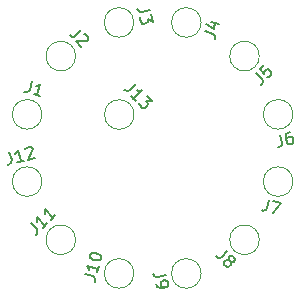
<source format=gbr>
%TF.GenerationSoftware,KiCad,Pcbnew,7.0.6*%
%TF.CreationDate,2023-09-19T12:43:23+08:00*%
%TF.ProjectId,Control Panel Selector Switch Board,436f6e74-726f-46c2-9050-616e656c2053,rev?*%
%TF.SameCoordinates,Original*%
%TF.FileFunction,Legend,Top*%
%TF.FilePolarity,Positive*%
%FSLAX46Y46*%
G04 Gerber Fmt 4.6, Leading zero omitted, Abs format (unit mm)*
G04 Created by KiCad (PCBNEW 7.0.6) date 2023-09-19 12:43:23*
%MOMM*%
%LPD*%
G01*
G04 APERTURE LIST*
%ADD10C,0.150000*%
%ADD11C,0.120000*%
G04 APERTURE END LIST*
D10*
X13572874Y-1968420D02*
X13757745Y-2658367D01*
X13757745Y-2658367D02*
X13748722Y-2808681D01*
X13748722Y-2808681D02*
X13681379Y-2925324D01*
X13681379Y-2925324D02*
X13555714Y-3008294D01*
X13555714Y-3008294D02*
X13463721Y-3032944D01*
X14446807Y-1734251D02*
X14262821Y-1783549D01*
X14262821Y-1783549D02*
X14183153Y-1854195D01*
X14183153Y-1854195D02*
X14149481Y-1912516D01*
X14149481Y-1912516D02*
X14094462Y-2075155D01*
X14094462Y-2075155D02*
X14097765Y-2271466D01*
X14097765Y-2271466D02*
X14196362Y-2639438D01*
X14196362Y-2639438D02*
X14267008Y-2719106D01*
X14267008Y-2719106D02*
X14325330Y-2752778D01*
X14325330Y-2752778D02*
X14429647Y-2774125D01*
X14429647Y-2774125D02*
X14613633Y-2724826D01*
X14613633Y-2724826D02*
X14693301Y-2654180D01*
X14693301Y-2654180D02*
X14726973Y-2595859D01*
X14726973Y-2595859D02*
X14748320Y-2491541D01*
X14748320Y-2491541D02*
X14686697Y-2261559D01*
X14686697Y-2261559D02*
X14616051Y-2181890D01*
X14616051Y-2181890D02*
X14557729Y-2148219D01*
X14557729Y-2148219D02*
X14453412Y-2126872D01*
X14453412Y-2126872D02*
X14269426Y-2176171D01*
X14269426Y-2176171D02*
X14189758Y-2246816D01*
X14189758Y-2246816D02*
X14156086Y-2305138D01*
X14156086Y-2305138D02*
X14134739Y-2409455D01*
X2595082Y8588177D02*
X1905135Y8403306D01*
X1905135Y8403306D02*
X1754821Y8412329D01*
X1754821Y8412329D02*
X1638178Y8479672D01*
X1638178Y8479672D02*
X1555208Y8605337D01*
X1555208Y8605337D02*
X1530558Y8697330D01*
X2693680Y8220205D02*
X2853901Y7622251D01*
X2853901Y7622251D02*
X2399656Y7845629D01*
X2399656Y7845629D02*
X2436630Y7707639D01*
X2436630Y7707639D02*
X2415283Y7603322D01*
X2415283Y7603322D02*
X2381612Y7545000D01*
X2381612Y7545000D02*
X2301943Y7474354D01*
X2301943Y7474354D02*
X2071961Y7412731D01*
X2071961Y7412731D02*
X1967643Y7434078D01*
X1967643Y7434078D02*
X1909322Y7467750D01*
X1909322Y7467750D02*
X1838676Y7547418D01*
X1838676Y7547418D02*
X1764728Y7823397D01*
X1764728Y7823397D02*
X1786075Y7927714D01*
X1786075Y7927714D02*
X1819747Y7986036D01*
X3942434Y-13826874D02*
X3252487Y-14011745D01*
X3252487Y-14011745D02*
X3102173Y-14002722D01*
X3102173Y-14002722D02*
X2985530Y-13935379D01*
X2985530Y-13935379D02*
X2902560Y-13809714D01*
X2902560Y-13809714D02*
X2877910Y-13717721D01*
X3112080Y-14591654D02*
X3161379Y-14775640D01*
X3161379Y-14775640D02*
X3232025Y-14855308D01*
X3232025Y-14855308D02*
X3290346Y-14888980D01*
X3290346Y-14888980D02*
X3452985Y-14943999D01*
X3452985Y-14943999D02*
X3649295Y-14940697D01*
X3649295Y-14940697D02*
X4017267Y-14842099D01*
X4017267Y-14842099D02*
X4096935Y-14771453D01*
X4096935Y-14771453D02*
X4130607Y-14713132D01*
X4130607Y-14713132D02*
X4151954Y-14608814D01*
X4151954Y-14608814D02*
X4102655Y-14424828D01*
X4102655Y-14424828D02*
X4032009Y-14345160D01*
X4032009Y-14345160D02*
X3973688Y-14311488D01*
X3973688Y-14311488D02*
X3869370Y-14290141D01*
X3869370Y-14290141D02*
X3639388Y-14351765D01*
X3639388Y-14351765D02*
X3559720Y-14422411D01*
X3559720Y-14422411D02*
X3526048Y-14480732D01*
X3526048Y-14480732D02*
X3504701Y-14585049D01*
X3504701Y-14585049D02*
X3554000Y-14769035D01*
X3554000Y-14769035D02*
X3624646Y-14848704D01*
X3624646Y-14848704D02*
X3682967Y-14882375D01*
X3682967Y-14882375D02*
X3787285Y-14903722D01*
X7235892Y6779540D02*
X7925839Y6594670D01*
X7925839Y6594670D02*
X8051504Y6511699D01*
X8051504Y6511699D02*
X8118847Y6395057D01*
X8118847Y6395057D02*
X8127870Y6244742D01*
X8127870Y6244742D02*
X8103220Y6152750D01*
X7792037Y7567200D02*
X8435988Y7394654D01*
X7362442Y7435816D02*
X7990765Y7020963D01*
X7990765Y7020963D02*
X8150986Y7618917D01*
X-7498658Y-9456531D02*
X-6993582Y-9961607D01*
X-6993582Y-9961607D02*
X-6926238Y-10096294D01*
X-6926238Y-10096294D02*
X-6926238Y-10230981D01*
X-6926238Y-10230981D02*
X-6993582Y-10365668D01*
X-6993582Y-10365668D02*
X-7060925Y-10433012D01*
X-6084444Y-9456531D02*
X-6488505Y-9860592D01*
X-6286475Y-9658561D02*
X-6993582Y-8951454D01*
X-6993582Y-8951454D02*
X-6959910Y-9119813D01*
X-6959910Y-9119813D02*
X-6959910Y-9254500D01*
X-6959910Y-9254500D02*
X-6993582Y-9355515D01*
X-5411009Y-8783096D02*
X-5815070Y-9187157D01*
X-5613040Y-8985126D02*
X-6320147Y-8278019D01*
X-6320147Y-8278019D02*
X-6286475Y-8446378D01*
X-6286475Y-8446378D02*
X-6286475Y-8581065D01*
X-6286475Y-8581065D02*
X-6320147Y-8682080D01*
X-2928039Y-13766105D02*
X-2238092Y-13950976D01*
X-2238092Y-13950976D02*
X-2112427Y-14033946D01*
X-2112427Y-14033946D02*
X-2045084Y-14150589D01*
X-2045084Y-14150589D02*
X-2036061Y-14300903D01*
X-2036061Y-14300903D02*
X-2060711Y-14392896D01*
X-1703294Y-13058998D02*
X-1851191Y-13610956D01*
X-1777242Y-13334977D02*
X-2743168Y-13076158D01*
X-2743168Y-13076158D02*
X-2629828Y-13205125D01*
X-2629828Y-13205125D02*
X-2562485Y-13321767D01*
X-2562485Y-13321767D02*
X-2541138Y-13426085D01*
X-2508999Y-12202225D02*
X-2484349Y-12110232D01*
X-2484349Y-12110232D02*
X-2413703Y-12030564D01*
X-2413703Y-12030564D02*
X-2355382Y-11996892D01*
X-2355382Y-11996892D02*
X-2251064Y-11975545D01*
X-2251064Y-11975545D02*
X-2054754Y-11978847D01*
X-2054754Y-11978847D02*
X-1824771Y-12040471D01*
X-1824771Y-12040471D02*
X-1653110Y-12135766D01*
X-1653110Y-12135766D02*
X-1573442Y-12206412D01*
X-1573442Y-12206412D02*
X-1539770Y-12264733D01*
X-1539770Y-12264733D02*
X-1518423Y-12369051D01*
X-1518423Y-12369051D02*
X-1543073Y-12461044D01*
X-1543073Y-12461044D02*
X-1613719Y-12540712D01*
X-1613719Y-12540712D02*
X-1672040Y-12574384D01*
X-1672040Y-12574384D02*
X-1776357Y-12595731D01*
X-1776357Y-12595731D02*
X-1972668Y-12592428D01*
X-1972668Y-12592428D02*
X-2202650Y-12530805D01*
X-2202650Y-12530805D02*
X-2374312Y-12435509D01*
X-2374312Y-12435509D02*
X-2453980Y-12364864D01*
X-2453980Y-12364864D02*
X-2487651Y-12306542D01*
X-2487651Y-12306542D02*
X-2508999Y-12202225D01*
X-3208960Y6907940D02*
X-3714036Y6402864D01*
X-3714036Y6402864D02*
X-3848723Y6335520D01*
X-3848723Y6335520D02*
X-3983410Y6335520D01*
X-3983410Y6335520D02*
X-4118097Y6402864D01*
X-4118097Y6402864D02*
X-4185441Y6470207D01*
X-2973257Y6537551D02*
X-2905914Y6537551D01*
X-2905914Y6537551D02*
X-2804899Y6503879D01*
X-2804899Y6503879D02*
X-2636540Y6335520D01*
X-2636540Y6335520D02*
X-2602868Y6234505D01*
X-2602868Y6234505D02*
X-2602868Y6167161D01*
X-2602868Y6167161D02*
X-2636540Y6066146D01*
X-2636540Y6066146D02*
X-2703883Y5998803D01*
X-2703883Y5998803D02*
X-2838570Y5931459D01*
X-2838570Y5931459D02*
X-3646692Y5931459D01*
X-3646692Y5931459D02*
X-3208960Y5493726D01*
X-9302141Y-3439019D02*
X-9117271Y-4128966D01*
X-9117271Y-4128966D02*
X-9126293Y-4279280D01*
X-9126293Y-4279280D02*
X-9193636Y-4395923D01*
X-9193636Y-4395923D02*
X-9319301Y-4478893D01*
X-9319301Y-4478893D02*
X-9411294Y-4503543D01*
X-8077396Y-4146126D02*
X-8629354Y-4294023D01*
X-8353375Y-4220074D02*
X-8612194Y-3254148D01*
X-8612194Y-3254148D02*
X-8667213Y-3416787D01*
X-8667213Y-3416787D02*
X-8734556Y-3533430D01*
X-8734556Y-3533430D02*
X-8814225Y-3604076D01*
X-7943594Y-3173595D02*
X-7909922Y-3115274D01*
X-7909922Y-3115274D02*
X-7830254Y-3044628D01*
X-7830254Y-3044628D02*
X-7600272Y-2983005D01*
X-7600272Y-2983005D02*
X-7495954Y-3004352D01*
X-7495954Y-3004352D02*
X-7437633Y-3038023D01*
X-7437633Y-3038023D02*
X-7366987Y-3117692D01*
X-7366987Y-3117692D02*
X-7342338Y-3209685D01*
X-7342338Y-3209685D02*
X-7351360Y-3359999D01*
X-7351360Y-3359999D02*
X-7755421Y-4059853D01*
X-7755421Y-4059853D02*
X-7157467Y-3899632D01*
X1404071Y2294910D02*
X898995Y1789834D01*
X898995Y1789834D02*
X764308Y1722490D01*
X764308Y1722490D02*
X629621Y1722490D01*
X629621Y1722490D02*
X494934Y1789834D01*
X494934Y1789834D02*
X427590Y1857177D01*
X1404071Y880696D02*
X1000010Y1284757D01*
X1202041Y1082727D02*
X1909148Y1789834D01*
X1909148Y1789834D02*
X1740789Y1756162D01*
X1740789Y1756162D02*
X1606102Y1756162D01*
X1606102Y1756162D02*
X1505087Y1789834D01*
X2346880Y1352101D02*
X2784613Y914368D01*
X2784613Y914368D02*
X2279537Y880696D01*
X2279537Y880696D02*
X2380552Y779681D01*
X2380552Y779681D02*
X2414224Y678666D01*
X2414224Y678666D02*
X2414224Y611322D01*
X2414224Y611322D02*
X2380552Y510307D01*
X2380552Y510307D02*
X2212193Y341948D01*
X2212193Y341948D02*
X2111178Y308277D01*
X2111178Y308277D02*
X2043835Y308277D01*
X2043835Y308277D02*
X1942819Y341948D01*
X1942819Y341948D02*
X1740789Y543979D01*
X1740789Y543979D02*
X1707117Y644994D01*
X1707117Y644994D02*
X1707117Y712338D01*
X11576387Y3254556D02*
X12081463Y2749480D01*
X12081463Y2749480D02*
X12148807Y2614793D01*
X12148807Y2614793D02*
X12148807Y2480106D01*
X12148807Y2480106D02*
X12081463Y2345419D01*
X12081463Y2345419D02*
X12014120Y2278075D01*
X12249822Y3927991D02*
X11913105Y3591274D01*
X11913105Y3591274D02*
X12216150Y3220885D01*
X12216150Y3220885D02*
X12216150Y3288228D01*
X12216150Y3288228D02*
X12249822Y3389243D01*
X12249822Y3389243D02*
X12418181Y3557602D01*
X12418181Y3557602D02*
X12519196Y3591274D01*
X12519196Y3591274D02*
X12586540Y3591274D01*
X12586540Y3591274D02*
X12687555Y3557602D01*
X12687555Y3557602D02*
X12855914Y3389243D01*
X12855914Y3389243D02*
X12889585Y3288228D01*
X12889585Y3288228D02*
X12889585Y3220885D01*
X12889585Y3220885D02*
X12855914Y3119869D01*
X12855914Y3119869D02*
X12687555Y2951511D01*
X12687555Y2951511D02*
X12586540Y2917839D01*
X12586540Y2917839D02*
X12519196Y2917839D01*
X-7395286Y2550793D02*
X-7580156Y1860846D01*
X-7580156Y1860846D02*
X-7663127Y1735181D01*
X-7663127Y1735181D02*
X-7779769Y1667838D01*
X-7779769Y1667838D02*
X-7930084Y1658815D01*
X-7930084Y1658815D02*
X-8022076Y1683465D01*
X-6688179Y1326048D02*
X-7240136Y1473945D01*
X-6964157Y1399996D02*
X-6705338Y2365922D01*
X-6705338Y2365922D02*
X-6834306Y2252582D01*
X-6834306Y2252582D02*
X-6950948Y2185239D01*
X-6950948Y2185239D02*
X-7055266Y2163892D01*
X12690395Y-7489892D02*
X12505525Y-8179839D01*
X12505525Y-8179839D02*
X12422554Y-8305504D01*
X12422554Y-8305504D02*
X12305912Y-8372847D01*
X12305912Y-8372847D02*
X12155597Y-8381870D01*
X12155597Y-8381870D02*
X12063605Y-8357220D01*
X13058367Y-7588490D02*
X13702318Y-7761036D01*
X13702318Y-7761036D02*
X13029531Y-8616039D01*
X9165410Y-11830388D02*
X8660334Y-12335464D01*
X8660334Y-12335464D02*
X8525647Y-12402808D01*
X8525647Y-12402808D02*
X8390960Y-12402808D01*
X8390960Y-12402808D02*
X8256273Y-12335464D01*
X8256273Y-12335464D02*
X8188929Y-12268121D01*
X9300097Y-12571167D02*
X9266426Y-12470151D01*
X9266426Y-12470151D02*
X9266426Y-12402808D01*
X9266426Y-12402808D02*
X9300097Y-12301793D01*
X9300097Y-12301793D02*
X9333769Y-12268121D01*
X9333769Y-12268121D02*
X9434784Y-12234449D01*
X9434784Y-12234449D02*
X9502128Y-12234449D01*
X9502128Y-12234449D02*
X9603143Y-12268121D01*
X9603143Y-12268121D02*
X9737830Y-12402808D01*
X9737830Y-12402808D02*
X9771502Y-12503823D01*
X9771502Y-12503823D02*
X9771502Y-12571167D01*
X9771502Y-12571167D02*
X9737830Y-12672182D01*
X9737830Y-12672182D02*
X9704158Y-12705854D01*
X9704158Y-12705854D02*
X9603143Y-12739525D01*
X9603143Y-12739525D02*
X9535800Y-12739525D01*
X9535800Y-12739525D02*
X9434784Y-12705854D01*
X9434784Y-12705854D02*
X9300097Y-12571167D01*
X9300097Y-12571167D02*
X9199082Y-12537495D01*
X9199082Y-12537495D02*
X9131739Y-12537495D01*
X9131739Y-12537495D02*
X9030723Y-12571167D01*
X9030723Y-12571167D02*
X8896036Y-12705854D01*
X8896036Y-12705854D02*
X8862365Y-12806869D01*
X8862365Y-12806869D02*
X8862365Y-12874212D01*
X8862365Y-12874212D02*
X8896036Y-12975228D01*
X8896036Y-12975228D02*
X9030723Y-13109915D01*
X9030723Y-13109915D02*
X9131739Y-13143586D01*
X9131739Y-13143586D02*
X9199082Y-13143586D01*
X9199082Y-13143586D02*
X9300097Y-13109915D01*
X9300097Y-13109915D02*
X9434784Y-12975228D01*
X9434784Y-12975228D02*
X9468456Y-12874212D01*
X9468456Y-12874212D02*
X9468456Y-12806869D01*
X9468456Y-12806869D02*
X9434784Y-12705854D01*
D11*
%TO.C,J6*%
X14704609Y-235419D02*
G75*
G03*
X14704609Y-235419I-1250999J0D01*
G01*
%TO.C,J3*%
X1232417Y7542756D02*
G75*
G03*
X1232417Y7542756I-1250999J0D01*
G01*
%TO.C,J9*%
X6926435Y-13707610D02*
G75*
G03*
X6926435Y-13707610I-1250999J0D01*
G01*
%TO.C,J4*%
X6926436Y7542756D02*
G75*
G03*
X6926436Y7542756I-1250999J0D01*
G01*
%TO.C,J11*%
X-3698748Y-10860603D02*
G75*
G03*
X-3698748Y-10860603I-1251000J0D01*
G01*
%TO.C,J10*%
X1232417Y-13707612D02*
G75*
G03*
X1232417Y-13707612I-1250999J0D01*
G01*
%TO.C,J2*%
X-3698749Y4695747D02*
G75*
G03*
X-3698749Y4695747I-1251000J0D01*
G01*
%TO.C,J12*%
X-6545757Y-5929437D02*
G75*
G03*
X-6545757Y-5929437I-1250999J0D01*
G01*
%TO.C,J13*%
X1251000Y-254000D02*
G75*
G03*
X1251000Y-254000I-1251000J0D01*
G01*
%TO.C,J5*%
X11857601Y4695748D02*
G75*
G03*
X11857601Y4695748I-1251000J0D01*
G01*
%TO.C,J1*%
X-6545758Y-235417D02*
G75*
G03*
X-6545758Y-235417I-1250999J0D01*
G01*
%TO.C,J7*%
X14704610Y-5929437D02*
G75*
G03*
X14704610Y-5929437I-1250999J0D01*
G01*
%TO.C,J8*%
X11857602Y-10860602D02*
G75*
G03*
X11857602Y-10860602I-1251000J0D01*
G01*
%TD*%
M02*

</source>
